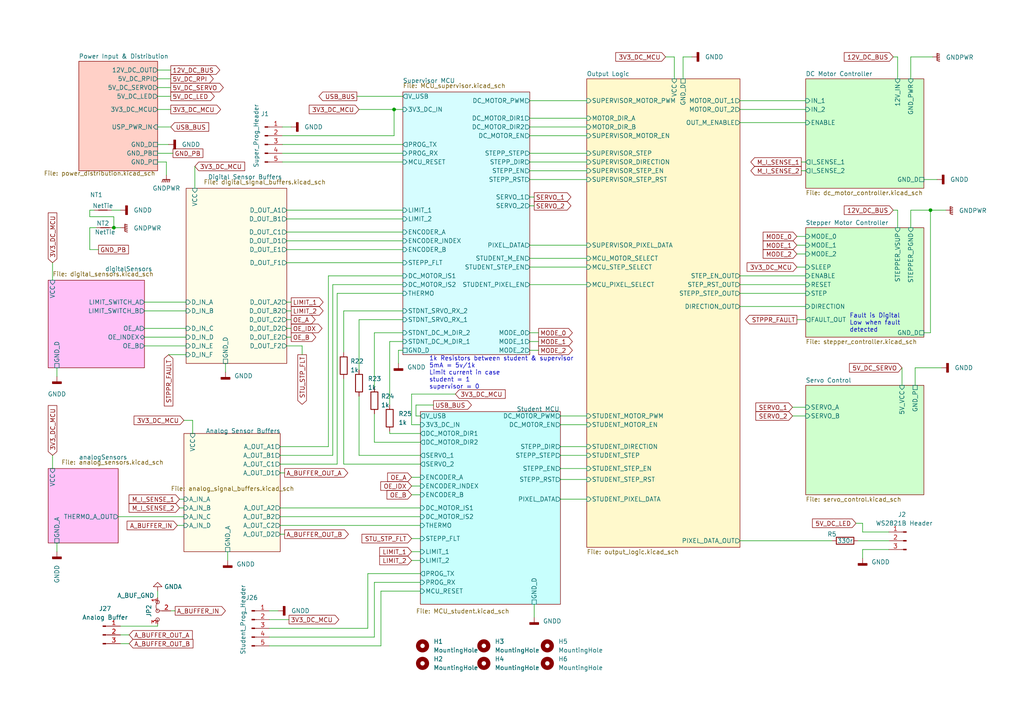
<source format=kicad_sch>
(kicad_sch (version 20211123) (generator eeschema)
  (paper "A4")
  (lib_symbols
    (symbol "000_Connectors_Immo:3pin_molex_2.54mm_male" (pin_names (offset 1.016) hide)
      (property "Reference" "J" (at 0 5.08 0))
      (property "Value" "3pin_molex_2.54mm_male" (at 2.54 -4.191 0))
      (symbol "3pin_molex_2.54mm_male_1_1"
        (polyline (pts (xy 1.27 -2.54) (xy 0.8636 -2.54)) (stroke (width 0.1524)))
        (polyline (pts (xy 1.27 0) (xy 0.8636 0)) (stroke (width 0.1524)))
        (polyline (pts (xy 1.27 2.54) (xy 0.8636 2.54)) (stroke (width 0.1524)))
        (rectangle (start 0.8636 -2.413) (end 0 -2.667) (stroke (width 0.1524)) (fill (type outline)))
        (rectangle (start 0.8636 0.127) (end 0 -0.127) (stroke (width 0.1524)) (fill (type outline)))
        (rectangle (start 0.8636 2.667) (end 0 2.413) (stroke (width 0.1524)) (fill (type outline)))
        (pin passive line (at 5.08 2.54 180) (length 3.81) (name "Pin_1") (number "1"))
        (pin passive line (at 5.08 0 180) (length 3.81) (name "Pin_2") (number "2"))
        (pin passive line (at 5.08 -2.54 180) (length 3.81) (name "Pin_3") (number "3"))
      )
    )
    (symbol "000_Connectors_Immo:Jumper_3_Bridged12" (pin_names (offset 0) hide)
      (property "Reference" "JP" (at -2.54 -2.54 0))
      (property "Value" "Jumper_3_Bridged12" (at 0 2.794 0))
      (symbol "Jumper_3_Bridged12_0_0"
        (circle (center -2.54 0) (radius 0.508))
        (circle (center 0 0) (radius 0.508))
        (circle (center 2.54 0) (radius 0.508))
      )
      (symbol "Jumper_3_Bridged12_0_1"
        (arc (start 0 -0.0807) (mid -1.27 0.4699) (end -2.54 -0.0807))
        (polyline (pts (xy 0 -1.27) (xy 0 -0.508)))
      )
      (symbol "Jumper_3_Bridged12_1_1"
        (pin passive line (at -3.81 0 0) (length 1.27) (name "A") (number "1"))
        (pin input line (at 0 -3.81 90) (length 2.54) (name "C") (number "2"))
        (pin passive line (at 3.81 0 180) (length 1.27) (name "B") (number "3"))
      )
    )
    (symbol "000_Pin_Headers_Immo:Molex_5pin_2.54mm_M" (pin_names (offset 1.016) hide)
      (property "Reference" "J" (at 0 7.62 0))
      (property "Value" "Molex_5pin_2.54mm_M" (at 0 -7.62 0))
      (symbol "Molex_5pin_2.54mm_M_1_1"
        (polyline (pts (xy 1.27 -5.08) (xy 0.8636 -5.08)) (stroke (width 0.1524)))
        (polyline (pts (xy 1.27 -2.54) (xy 0.8636 -2.54)) (stroke (width 0.1524)))
        (polyline (pts (xy 1.27 0) (xy 0.8636 0)) (stroke (width 0.1524)))
        (polyline (pts (xy 1.27 2.54) (xy 0.8636 2.54)) (stroke (width 0.1524)))
        (polyline (pts (xy 1.27 5.08) (xy 0.8636 5.08)) (stroke (width 0.1524)))
        (rectangle (start 0.8636 -4.953) (end 0 -5.207) (stroke (width 0.1524)) (fill (type outline)))
        (rectangle (start 0.8636 -2.413) (end 0 -2.667) (stroke (width 0.1524)) (fill (type outline)))
        (rectangle (start 0.8636 0.127) (end 0 -0.127) (stroke (width 0.1524)) (fill (type outline)))
        (rectangle (start 0.8636 2.667) (end 0 2.413) (stroke (width 0.1524)) (fill (type outline)))
        (rectangle (start 0.8636 5.207) (end 0 4.953) (stroke (width 0.1524)) (fill (type outline)))
        (pin passive line (at 5.08 5.08 180) (length 3.81) (name "Pin_1") (number "1"))
        (pin passive line (at 5.08 2.54 180) (length 3.81) (name "Pin_2") (number "2"))
        (pin passive line (at 5.08 0 180) (length 3.81) (name "Pin_3") (number "3"))
        (pin passive line (at 5.08 -2.54 180) (length 3.81) (name "Pin_4") (number "4"))
        (pin passive line (at 5.08 -5.08 180) (length 3.81) (name "Pin_5") (number "5"))
      )
    )
    (symbol "000_Resistors_Immo:Resistor_0805" (pin_numbers hide) (pin_names (offset 0))
      (property "Reference" "R?" (at -2.54 3.81 0))
      (property "Value" "Resistor_0805" (at -5.08 2.54 0))
      (symbol "Resistor_0805_0_1"
        (rectangle (start 2.54 -1.016) (end -2.54 1.016) (stroke (width 0.254)))
      )
      (symbol "Resistor_0805_1_1"
        (pin passive line (at -3.81 0 0) (length 1.27) (name "~") (number "1"))
        (pin passive line (at 3.81 0 180) (length 1.27) (name "~") (number "2"))
      )
    )
    (symbol "Connector:Conn_01x03_Male" (pin_names (offset 1.016) hide)
      (property "Reference" "J" (at 0 5.08 0))
      (property "Value" "Conn_01x03_Male" (at 2.54 -4.191 0))
      (symbol "Conn_01x03_Male_1_1"
        (polyline (pts (xy 1.27 -2.54) (xy 0.8636 -2.54)) (stroke (width 0.1524)))
        (polyline (pts (xy 1.27 0) (xy 0.8636 0)) (stroke (width 0.1524)))
        (polyline (pts (xy 1.27 2.54) (xy 0.8636 2.54)) (stroke (width 0.1524)))
        (rectangle (start 0.8636 -2.413) (end 0 -2.667) (stroke (width 0.1524)) (fill (type outline)))
        (rectangle (start 0.8636 0.127) (end 0 -0.127) (stroke (width 0.1524)) (fill (type outline)))
        (rectangle (start 0.8636 2.667) (end 0 2.413) (stroke (width 0.1524)) (fill (type outline)))
        (pin passive line (at 5.08 2.54 180) (length 3.81) (name "Pin_1") (number "1"))
        (pin passive line (at 5.08 0 180) (length 3.81) (name "Pin_2") (number "2"))
        (pin passive line (at 5.08 -2.54 180) (length 3.81) (name "Pin_3") (number "3"))
      )
    )
    (symbol "Device:NetTie_2" (pin_numbers hide) (pin_names (offset 0) hide)
      (property "Reference" "NT" (at 0 1.27 0))
      (property "Value" "NetTie_2" (at 0 -1.27 0))
      (symbol "NetTie_2_0_1"
        (polyline (pts (xy -1.27 0) (xy 1.27 0)) (stroke (width 0.254)))
      )
      (symbol "NetTie_2_1_1"
        (pin passive line (at -2.54 0 0) (length 2.54) (name "1") (number "1"))
        (pin passive line (at 2.54 0 180) (length 2.54) (name "2") (number "2"))
      )
    )
    (symbol "Mechanical:MountingHole_M3" (pin_names (offset 1.016))
      (property "Reference" "H" (at 0 5.08 0))
      (property "Value" "MountingHole_M3" (at 0 3.175 0))
      (symbol "MountingHole_M3_0_1"
        (circle (center 0 0) (radius 1.27) (stroke (width 1.27)))
      )
    )
    (symbol "power:GNDA" (power) (pin_names (offset 0))
      (property "Value" "GNDA" (at 0 -3.81 0))
      (symbol "GNDA_0_1"
        (polyline (pts (xy 0 0) (xy 0 -1.27) (xy 1.27 -1.27) (xy 0 -2.54) (xy -1.27 -1.27) (xy 0 -1.27)))
      )
      (symbol "GNDA_1_1"
        (pin power_in line (at 0 0 270) (length 0) hide (name "GNDA") (number "1"))
      )
    )
    (symbol "power:GNDD" (power) (pin_names (offset 0))
      (property "Value" "GNDD" (at 0 -3.175 0))
      (symbol "GNDD_0_1"
        (rectangle (start -1.27 -1.524) (end 1.27 -2.032) (stroke (width 0.254)) (fill (type outline)))
        (polyline (pts (xy 0 0) (xy 0 -1.524)))
      )
      (symbol "GNDD_1_1"
        (pin power_in line (at 0 0 270) (length 0) hide (name "GNDD") (number "1"))
      )
    )
    (symbol "power:GNDPWR" (power) (pin_names (offset 0))
      (property "Value" "GNDPWR" (at 0 -3.302 0))
      (symbol "GNDPWR_0_1"
        (polyline (pts (xy 0 -1.27) (xy 0 0)))
        (polyline (pts (xy -1.016 -1.27) (xy -1.27 -2.032) (xy -1.27 -2.032)) (stroke (width 0.2032)))
        (polyline (pts (xy -0.508 -1.27) (xy -0.762 -2.032) (xy -0.762 -2.032)) (stroke (width 0.2032)))
        (polyline (pts (xy 0 -1.27) (xy -0.254 -2.032) (xy -0.254 -2.032)) (stroke (width 0.2032)))
        (polyline (pts (xy 0.508 -1.27) (xy 0.254 -2.032) (xy 0.254 -2.032)) (stroke (width 0.2032)))
        (polyline (pts (xy 1.016 -1.27) (xy -1.016 -1.27) (xy -1.016 -1.27)) (stroke (width 0.2032)))
        (polyline (pts (xy 1.016 -1.27) (xy 0.762 -2.032) (xy 0.762 -2.032) (xy 0.762 -2.032)) (stroke (width 0.2032)))
      )
      (symbol "GNDPWR_1_1"
        (pin power_in line (at 0 0 270) (length 0) hide (name "GNDPWR") (number "1"))
      )
    )
  )
  (junction (at 269.875 60.96))
  (junction (at 114.3 31.75))
  (junction (at 33.02 66.04))
  (wire (pts (xy 78.105 182.245) (xy 106.68 182.245)))
  (wire (pts (xy 231.14 71.12) (xy 233.68 71.12)))
  (wire (pts (xy 153.67 57.15) (xy 154.94 57.15)))
  (wire (pts (xy 45.72 22.86) (xy 49.53 22.86)))
  (wire (pts (xy 108.585 184.785) (xy 108.585 168.91)))
  (wire (pts (xy 269.875 60.96) (xy 274.32 60.96)))
  (wire (pts (xy 115.57 105.41) (xy 115.57 101.6)))
  (wire (pts (xy 81.28 129.54) (xy 95.25 129.54)))
  (wire (pts (xy 45.72 27.94) (xy 49.53 27.94)))
  (wire (pts (xy 260.35 16.51) (xy 260.35 22.86)))
  (wire (pts (xy 81.915 41.91) (xy 116.84 41.91)))
  (wire (pts (xy 231.14 73.66) (xy 233.68 73.66)))
  (wire (pts (xy 66.04 160.02) (xy 66.04 162.56)))
  (wire (pts (xy 153.67 82.55) (xy 170.18 82.55)))
  (wire (pts (xy 56.515 54.61) (xy 56.515 48.26)))
  (wire (pts (xy 231.14 68.58) (xy 233.68 68.58)))
  (wire (pts (xy 193.04 16.51) (xy 195.58 16.51)))
  (wire (pts (xy 83.185 95.25) (xy 84.455 95.25)))
  (wire (pts (xy 153.67 77.47) (xy 170.18 77.47)))
  (wire (pts (xy 259.08 16.51) (xy 260.35 16.51)))
  (wire (pts (xy 45.72 41.91) (xy 48.895 41.91)))
  (wire (pts (xy 231.14 92.71) (xy 233.68 92.71)))
  (wire (pts (xy 162.56 132.08) (xy 170.18 132.08)))
  (wire (pts (xy 41.91 97.79) (xy 53.975 97.79)))
  (wire (pts (xy 114.3 39.37) (xy 114.3 31.75)))
  (wire (pts (xy 83.185 69.85) (xy 116.84 69.85)))
  (wire (pts (xy 153.67 36.83) (xy 170.18 36.83)))
  (wire (pts (xy 104.14 132.08) (xy 104.14 114.935)))
  (wire (pts (xy 104.14 31.75) (xy 114.3 31.75)))
  (wire (pts (xy 34.29 149.86) (xy 53.34 149.86)))
  (wire (pts (xy 65.405 105.41) (xy 65.405 107.95)))
  (wire (pts (xy 153.67 99.06) (xy 156.21 99.06)))
  (wire (pts (xy 250.19 161.925) (xy 250.19 159.385)))
  (wire (pts (xy 33.02 66.04) (xy 34.925 66.04)))
  (wire (pts (xy 99.695 134.62) (xy 121.92 134.62)))
  (wire (pts (xy 95.25 129.54) (xy 95.25 80.01)))
  (wire (pts (xy 269.875 96.52) (xy 269.875 60.96)))
  (wire (pts (xy 119.38 162.56) (xy 121.92 162.56)))
  (wire (pts (xy 83.185 76.2) (xy 116.84 76.2)))
  (wire (pts (xy 229.87 118.11) (xy 233.68 118.11)))
  (wire (pts (xy 119.38 114.3) (xy 119.38 123.19)))
  (wire (pts (xy 231.14 77.47) (xy 233.68 77.47)))
  (wire (pts (xy 121.92 125.73) (xy 113.03 125.73)))
  (wire (pts (xy 153.67 46.99) (xy 170.18 46.99)))
  (wire (pts (xy 214.63 88.9) (xy 233.68 88.9)))
  (wire (pts (xy 28.575 72.39) (xy 26.035 72.39)))
  (wire (pts (xy 250.19 151.765) (xy 250.19 154.305)))
  (wire (pts (xy 48.26 46.99) (xy 45.72 46.99)))
  (wire (pts (xy 97.79 134.62) (xy 97.79 85.09)))
  (wire (pts (xy 41.91 90.17) (xy 53.975 90.17)))
  (wire (pts (xy 16.51 106.68) (xy 16.51 109.22)))
  (wire (pts (xy 49.53 177.165) (xy 50.8 177.165)))
  (wire (pts (xy 83.185 90.17) (xy 84.455 90.17)))
  (wire (pts (xy 119.38 140.97) (xy 121.92 140.97)))
  (wire (pts (xy 153.67 96.52) (xy 156.21 96.52)))
  (wire (pts (xy 87.63 100.33) (xy 87.63 102.87)))
  (wire (pts (xy 108.585 128.27) (xy 108.585 120.015)))
  (wire (pts (xy 108.585 168.91) (xy 121.92 168.91)))
  (wire (pts (xy 153.67 39.37) (xy 170.18 39.37)))
  (wire (pts (xy 83.185 97.79) (xy 84.455 97.79)))
  (wire (pts (xy 48.895 102.87) (xy 53.975 102.87)))
  (wire (pts (xy 81.28 149.86) (xy 121.92 149.86)))
  (wire (pts (xy 26.035 62.865) (xy 33.02 62.865)))
  (wire (pts (xy 81.915 39.37) (xy 114.3 39.37)))
  (wire (pts (xy 52.07 144.78) (xy 53.34 144.78)))
  (wire (pts (xy 250.19 154.305) (xy 257.81 154.305)))
  (wire (pts (xy 153.67 44.45) (xy 170.18 44.45)))
  (wire (pts (xy 110.49 171.45) (xy 121.92 171.45)))
  (wire (pts (xy 78.105 184.785) (xy 108.585 184.785)))
  (wire (pts (xy 113.03 99.06) (xy 116.84 99.06)))
  (wire (pts (xy 80.645 177.165) (xy 78.105 177.165)))
  (wire (pts (xy 125.73 117.475) (xy 120.65 117.475)))
  (wire (pts (xy 153.67 74.93) (xy 170.18 74.93)))
  (wire (pts (xy 214.63 85.09) (xy 233.68 85.09)))
  (wire (pts (xy 37.465 184.15) (xy 34.925 184.15)))
  (wire (pts (xy 33.02 62.865) (xy 33.02 66.04)))
  (wire (pts (xy 83.185 67.31) (xy 116.84 67.31)))
  (wire (pts (xy 267.97 52.07) (xy 271.78 52.07)))
  (wire (pts (xy 115.57 101.6) (xy 116.84 101.6)))
  (wire (pts (xy 214.63 31.75) (xy 233.68 31.75)))
  (wire (pts (xy 99.695 109.855) (xy 99.695 134.62)))
  (wire (pts (xy 265.43 106.68) (xy 265.43 111.76)))
  (wire (pts (xy 119.38 123.19) (xy 121.92 123.19)))
  (wire (pts (xy 108.585 96.52) (xy 116.84 96.52)))
  (wire (pts (xy 55.88 121.92) (xy 55.88 125.73)))
  (wire (pts (xy 32.385 60.96) (xy 34.925 60.96)))
  (wire (pts (xy 41.91 100.33) (xy 53.975 100.33)))
  (wire (pts (xy 83.185 100.33) (xy 87.63 100.33)))
  (wire (pts (xy 96.52 82.55) (xy 116.84 82.55)))
  (wire (pts (xy 162.56 120.65) (xy 170.18 120.65)))
  (wire (pts (xy 214.63 82.55) (xy 233.68 82.55)))
  (wire (pts (xy 104.14 107.315) (xy 104.14 92.71)))
  (wire (pts (xy 41.91 87.63) (xy 53.975 87.63)))
  (wire (pts (xy 15.24 132.08) (xy 15.24 135.89)))
  (wire (pts (xy 162.56 135.89) (xy 170.18 135.89)))
  (wire (pts (xy 104.14 92.71) (xy 116.84 92.71)))
  (wire (pts (xy 78.105 179.705) (xy 83.82 179.705)))
  (wire (pts (xy 83.185 63.5) (xy 116.84 63.5)))
  (wire (pts (xy 113.03 125.095) (xy 113.03 125.73)))
  (wire (pts (xy 81.28 134.62) (xy 97.79 134.62)))
  (wire (pts (xy 48.26 50.8) (xy 48.26 46.99)))
  (wire (pts (xy 153.67 71.12) (xy 170.18 71.12)))
  (wire (pts (xy 37.465 186.69) (xy 34.925 186.69)))
  (wire (pts (xy 153.67 49.53) (xy 170.18 49.53)))
  (wire (pts (xy 108.585 128.27) (xy 121.92 128.27)))
  (wire (pts (xy 113.03 99.06) (xy 113.03 117.475)))
  (wire (pts (xy 270.51 16.51) (xy 264.16 16.51)))
  (wire (pts (xy 78.105 187.325) (xy 110.49 187.325)))
  (wire (pts (xy 267.97 96.52) (xy 269.875 96.52)))
  (wire (pts (xy 51.435 152.4) (xy 53.34 152.4)))
  (wire (pts (xy 248.92 156.845) (xy 257.81 156.845)))
  (wire (pts (xy 162.56 123.19) (xy 170.18 123.19)))
  (wire (pts (xy 114.3 31.75) (xy 116.84 31.75)))
  (wire (pts (xy 119.38 138.43) (xy 121.92 138.43)))
  (wire (pts (xy 198.12 16.51) (xy 200.66 16.51)))
  (wire (pts (xy 95.25 80.01) (xy 116.84 80.01)))
  (wire (pts (xy 119.38 160.02) (xy 121.92 160.02)))
  (wire (pts (xy 45.72 44.45) (xy 50.165 44.45)))
  (wire (pts (xy 232.41 49.53) (xy 233.68 49.53)))
  (wire (pts (xy 214.63 156.845) (xy 241.3 156.845)))
  (wire (pts (xy 120.65 120.65) (xy 121.92 120.65)))
  (wire (pts (xy 248.285 151.765) (xy 250.19 151.765)))
  (wire (pts (xy 119.38 114.3) (xy 132.08 114.3)))
  (wire (pts (xy 41.91 95.25) (xy 53.975 95.25)))
  (wire (pts (xy 198.12 16.51) (xy 198.12 22.86)))
  (wire (pts (xy 45.72 31.75) (xy 49.53 31.75)))
  (wire (pts (xy 229.87 120.65) (xy 233.68 120.65)))
  (wire (pts (xy 108.585 112.395) (xy 108.585 96.52)))
  (wire (pts (xy 232.41 46.99) (xy 233.68 46.99)))
  (wire (pts (xy 83.185 72.39) (xy 116.84 72.39)))
  (wire (pts (xy 99.695 90.17) (xy 116.84 90.17)))
  (wire (pts (xy 99.695 102.235) (xy 99.695 90.17)))
  (wire (pts (xy 260.35 66.04) (xy 260.35 60.96)))
  (wire (pts (xy 153.67 59.69) (xy 154.94 59.69)))
  (wire (pts (xy 265.43 106.68) (xy 273.05 106.68)))
  (wire (pts (xy 81.915 44.45) (xy 116.84 44.45)))
  (wire (pts (xy 26.035 66.04) (xy 27.94 66.04)))
  (wire (pts (xy 120.65 117.475) (xy 120.65 120.65)))
  (wire (pts (xy 84.455 36.83) (xy 81.915 36.83)))
  (wire (pts (xy 53.34 121.92) (xy 55.88 121.92)))
  (wire (pts (xy 83.185 87.63) (xy 84.455 87.63)))
  (wire (pts (xy 103.505 27.94) (xy 116.84 27.94)))
  (wire (pts (xy 106.68 182.245) (xy 106.68 166.37)))
  (wire (pts (xy 16.51 157.48) (xy 16.51 160.02)))
  (wire (pts (xy 153.67 34.29) (xy 170.18 34.29)))
  (wire (pts (xy 162.56 144.78) (xy 170.18 144.78)))
  (wire (pts (xy 214.63 29.21) (xy 233.68 29.21)))
  (wire (pts (xy 81.28 147.32) (xy 121.92 147.32)))
  (wire (pts (xy 110.49 187.325) (xy 110.49 171.45)))
  (wire (pts (xy 45.72 20.32) (xy 49.53 20.32)))
  (wire (pts (xy 162.56 129.54) (xy 170.18 129.54)))
  (wire (pts (xy 81.28 132.08) (xy 96.52 132.08)))
  (wire (pts (xy 162.56 139.065) (xy 170.18 139.065)))
  (wire (pts (xy 119.38 143.51) (xy 121.92 143.51)))
  (wire (pts (xy 153.67 29.21) (xy 170.18 29.21)))
  (wire (pts (xy 214.63 35.56) (xy 233.68 35.56)))
  (wire (pts (xy 260.35 60.96) (xy 259.08 60.96)))
  (wire (pts (xy 153.67 52.07) (xy 170.18 52.07)))
  (wire (pts (xy 104.14 132.08) (xy 121.92 132.08)))
  (wire (pts (xy 26.035 72.39) (xy 26.035 66.04)))
  (wire (pts (xy 34.925 181.61) (xy 45.72 181.61)))
  (wire (pts (xy 154.94 179.07) (xy 154.94 175.26)))
  (wire (pts (xy 214.63 80.01) (xy 233.68 80.01)))
  (wire (pts (xy 45.72 171.45) (xy 45.72 173.355)))
  (wire (pts (xy 81.915 46.99) (xy 116.84 46.99)))
  (wire (pts (xy 195.58 16.51) (xy 195.58 22.86)))
  (wire (pts (xy 96.52 132.08) (xy 96.52 82.55)))
  (wire (pts (xy 26.035 60.96) (xy 27.305 60.96)))
  (wire (pts (xy 81.28 152.4) (xy 121.92 152.4)))
  (wire (pts (xy 153.67 101.6) (xy 156.21 101.6)))
  (wire (pts (xy 250.19 159.385) (xy 257.81 159.385)))
  (wire (pts (xy 264.16 60.96) (xy 269.875 60.96)))
  (wire (pts (xy 45.72 36.83) (xy 49.53 36.83)))
  (wire (pts (xy 97.79 85.09) (xy 116.84 85.09)))
  (wire (pts (xy 83.185 92.71) (xy 84.455 92.71)))
  (wire (pts (xy 264.16 60.96) (xy 264.16 66.04)))
  (wire (pts (xy 26.035 60.96) (xy 26.035 62.865)))
  (wire (pts (xy 52.07 147.32) (xy 53.34 147.32)))
  (wire (pts (xy 261.62 106.68) (xy 261.62 111.76)))
  (wire (pts (xy 83.185 60.96) (xy 116.84 60.96)))
  (wire (pts (xy 45.72 25.4) (xy 49.53 25.4)))
  (wire (pts (xy 45.72 180.975) (xy 45.72 181.61)))
  (wire (pts (xy 81.28 137.16) (xy 82.55 137.16)))
  (wire (pts (xy 15.24 76.2) (xy 15.24 81.28)))
  (wire (pts (xy 264.16 16.51) (xy 264.16 22.86)))
  (wire (pts (xy 106.68 166.37) (xy 121.92 166.37)))
  (wire (pts (xy 119.38 156.21) (xy 121.92 156.21)))
  (wire (pts (xy 82.55 154.94) (xy 81.28 154.94)))
  (text "1k Resistors between student & supervisor\n5mA = 5v/1k \nLimit current in case\nstudent = 1\nsupervisor = 0" (at 124.46 113.03 0) (effects (font (size 1.27 1.27)) (justify left bottom)))
  (text "Fault is Digital\nLow when fault \ndetected" (at 246.38 96.52 0) (effects (font (size 1.27 1.27)) (justify left bottom)))
  (global_label "MODE_1" (shape output) (at 156.21 99.06 0) (property "Intersheet References" "${INTERSHEET_REFS}" (effects hide)))
  (global_label "5V_DC_LED" (shape output) (at 49.53 27.94 0) (property "Intersheet References" "${INTERSHEET_REFS}" (effects hide)))
  (global_label "M_I_SENSE_1" (shape input) (at 52.07 144.78 180) (property "Intersheet References" "${INTERSHEET_REFS}" (effects hide)))
  (global_label "MODE_0" (shape output) (at 156.21 96.52 0) (property "Intersheet References" "${INTERSHEET_REFS}" (effects hide)))
  (global_label "LIMIT_1" (shape output) (at 84.455 87.63 0) (property "Intersheet References" "${INTERSHEET_REFS}" (effects hide)))
  (global_label "USB_BUS" (shape input) (at 49.53 36.83 0) (property "Intersheet References" "${INTERSHEET_REFS}" (effects hide)))
  (global_label "LIMIT_2" (shape output) (at 84.455 90.17 0) (property "Intersheet References" "${INTERSHEET_REFS}" (effects hide)))
  (global_label "STU_STP_FLT" (shape input) (at 119.38 156.21 180) (property "Intersheet References" "${INTERSHEET_REFS}" (effects hide)))
  (global_label "3V3_DC_MCU" (shape output) (at 49.53 31.75 0) (property "Intersheet References" "${INTERSHEET_REFS}" (effects hide)))
  (global_label "M_I_SENSE_2" (shape output) (at 232.41 49.53 180) (property "Intersheet References" "${INTERSHEET_REFS}" (effects hide)))
  (global_label "3V3_DC_MCU" (shape output) (at 83.82 179.705 0) (property "Intersheet References" "${INTERSHEET_REFS}" (effects hide)))
  (global_label "SERVO_2" (shape input) (at 229.87 120.65 180) (property "Intersheet References" "${INTERSHEET_REFS}" (effects hide)))
  (global_label "MODE_2" (shape input) (at 231.14 73.66 180) (property "Intersheet References" "${INTERSHEET_REFS}" (effects hide)))
  (global_label "3V3_DC_MCU" (shape input) (at 104.14 31.75 180) (property "Intersheet References" "${INTERSHEET_REFS}" (effects hide)))
  (global_label "MODE_0" (shape input) (at 231.14 68.58 180) (property "Intersheet References" "${INTERSHEET_REFS}" (effects hide)))
  (global_label "5V_DC_RPI" (shape output) (at 49.53 22.86 0) (property "Intersheet References" "${INTERSHEET_REFS}" (effects hide)))
  (global_label "STU_STP_FLT" (shape output) (at 87.63 102.87 270) (property "Intersheet References" "${INTERSHEET_REFS}" (effects hide)))
  (global_label "5V_DC_SERVO" (shape input) (at 261.62 106.68 180) (property "Intersheet References" "${INTERSHEET_REFS}" (effects hide)))
  (global_label "3V3_DC_MCU" (shape input) (at 15.24 132.08 90) (property "Intersheet References" "${INTERSHEET_REFS}" (effects hide)))
  (global_label "OE_A" (shape input) (at 119.38 138.43 180) (property "Intersheet References" "${INTERSHEET_REFS}" (effects hide)))
  (global_label "A_BUFFER_IN" (shape input) (at 51.435 152.4 180) (property "Intersheet References" "${INTERSHEET_REFS}" (effects hide)))
  (global_label "3V3_DC_MCU" (shape input) (at 193.04 16.51 180) (property "Intersheet References" "${INTERSHEET_REFS}" (effects hide)))
  (global_label "USB_BUS" (shape output) (at 103.505 27.94 180) (property "Intersheet References" "${INTERSHEET_REFS}" (effects hide)))
  (global_label "OE_A" (shape output) (at 84.455 92.71 0) (property "Intersheet References" "${INTERSHEET_REFS}" (effects hide)))
  (global_label "GND_PB" (shape passive) (at 50.165 44.45 0) (property "Intersheet References" "${INTERSHEET_REFS}" (effects hide)))
  (global_label "5V_DC_SERVO" (shape output) (at 49.53 25.4 0) (property "Intersheet References" "${INTERSHEET_REFS}" (effects hide)))
  (global_label "3V3_DC_MCU" (shape input) (at 231.14 77.47 180) (property "Intersheet References" "${INTERSHEET_REFS}" (effects hide)))
  (global_label "A_BUFFER_OUT_A" (shape input) (at 37.465 184.15 0) (property "Intersheet References" "${INTERSHEET_REFS}" (effects hide)))
  (global_label "3V3_DC_MCU" (shape input) (at 56.515 48.26 0) (property "Intersheet References" "${INTERSHEET_REFS}" (effects hide)))
  (global_label "LIMIT_2" (shape input) (at 119.38 162.56 180) (property "Intersheet References" "${INTERSHEET_REFS}" (effects hide)))
  (global_label "MODE_1" (shape input) (at 231.14 71.12 180) (property "Intersheet References" "${INTERSHEET_REFS}" (effects hide)))
  (global_label "12V_DC_BUS" (shape input) (at 259.08 60.96 180) (property "Intersheet References" "${INTERSHEET_REFS}" (effects hide)))
  (global_label "OE_IDX" (shape output) (at 84.455 95.25 0) (property "Intersheet References" "${INTERSHEET_REFS}" (effects hide)))
  (global_label "OE_B" (shape output) (at 84.455 97.79 0) (property "Intersheet References" "${INTERSHEET_REFS}" (effects hide)))
  (global_label "STPPR_FAULT" (shape input) (at 48.895 102.87 270) (property "Intersheet References" "${INTERSHEET_REFS}" (effects hide)))
  (global_label "12V_DC_BUS" (shape output) (at 49.53 20.32 0) (property "Intersheet References" "${INTERSHEET_REFS}" (effects hide)))
  (global_label "MODE_2" (shape output) (at 156.21 101.6 0) (property "Intersheet References" "${INTERSHEET_REFS}" (effects hide)))
  (global_label "3V3_DC_MCU" (shape input) (at 132.08 114.3 0) (property "Intersheet References" "${INTERSHEET_REFS}" (effects hide)))
  (global_label "M_I_SENSE_2" (shape input) (at 52.07 147.32 180) (property "Intersheet References" "${INTERSHEET_REFS}" (effects hide)))
  (global_label "A_BUFFER_OUT_A" (shape output) (at 82.55 137.16 0) (property "Intersheet References" "${INTERSHEET_REFS}" (effects hide)))
  (global_label "SERVO_2" (shape output) (at 154.94 59.69 0) (property "Intersheet References" "${INTERSHEET_REFS}" (effects hide)))
  (global_label "USB_BUS" (shape output) (at 125.73 117.475 0) (property "Intersheet References" "${INTERSHEET_REFS}" (effects hide)))
  (global_label "M_I_SENSE_1" (shape output) (at 232.41 46.99 180) (property "Intersheet References" "${INTERSHEET_REFS}" (effects hide)))
  (global_label "3V3_DC_MCU" (shape input) (at 15.24 76.2 90) (property "Intersheet References" "${INTERSHEET_REFS}" (effects hide)))
  (global_label "GND_PB" (shape passive) (at 28.575 72.39 0) (property "Intersheet References" "${INTERSHEET_REFS}" (effects hide)))
  (global_label "OE_B" (shape input) (at 119.38 143.51 180) (property "Intersheet References" "${INTERSHEET_REFS}" (effects hide)))
  (global_label "STPPR_FAULT" (shape output) (at 231.14 92.71 180) (property "Intersheet References" "${INTERSHEET_REFS}" (effects hide)))
  (global_label "LIMIT_1" (shape input) (at 119.38 160.02 180) (property "Intersheet References" "${INTERSHEET_REFS}" (effects hide)))
  (global_label "OE_IDX" (shape input) (at 119.38 140.97 180) (property "Intersheet References" "${INTERSHEET_REFS}" (effects hide)))
  (global_label "5V_DC_LED" (shape input) (at 248.285 151.765 180) (property "Intersheet References" "${INTERSHEET_REFS}" (effects hide)))
  (global_label "A_BUFFER_IN" (shape output) (at 50.8 177.165 0) (property "Intersheet References" "${INTERSHEET_REFS}" (effects hide)))
  (global_label "SERVO_1" (shape input) (at 229.87 118.11 180) (property "Intersheet References" "${INTERSHEET_REFS}" (effects hide)))
  (global_label "3V3_DC_MCU" (shape input) (at 53.34 121.92 180) (property "Intersheet References" "${INTERSHEET_REFS}" (effects hide)))
  (global_label "A_BUFFER_OUT_B" (shape output) (at 82.55 154.94 0) (property "Intersheet References" "${INTERSHEET_REFS}" (effects hide)))
  (global_label "A_BUFFER_OUT_B" (shape input) (at 37.465 186.69 0) (property "Intersheet References" "${INTERSHEET_REFS}" (effects hide)))
  (global_label "12V_DC_BUS" (shape input) (at 259.08 16.51 180) (property "Intersheet References" "${INTERSHEET_REFS}" (effects hide)))
  (global_label "SERVO_1" (shape output) (at 154.94 57.15 0) (property "Intersheet References" "${INTERSHEET_REFS}" (effects hide)))
  (symbol (lib_id "Connector:Conn_01x03_Male") (at 29.845 184.15 0) (unit 1)
    (property "Reference" "J27" (at 30.48 176.53 0))
    (property "Value" "Analog Buffer" (at 30.48 179.07 0))
    (property "Footprint" "Connector_PinHeader_2.54mm:PinHeader_1x03_P2.54mm_Vertical" (effects hide))
  )
  (symbol (lib_id "power:GNDD") (at 16.51 109.22 0) (unit 1)
    (property "Reference" "#PWR01" (effects hide))
    (property "Value" "GNDD" (at 16.51 114.3 0))
  )
  (symbol (lib_id "Mechanical:MountingHole_M3") (at 122.555 192.405 0) (unit 1)
    (property "Reference" "H2" (at 125.73 191.1349 0) (effects (justify left)))
    (property "Value" "MountingHole" (at 125.73 193.6749 0) (effects (justify left)))
    (property "Footprint" "MountingHole:MountingHole_3.2mm_M3_Pad_Via" (effects hide))
  )
  (symbol (lib_id "Device:NetTie_2") (at 30.48 66.04 0) (unit 1)
    (property "Reference" "NT2" (at 29.845 64.77 0))
    (property "Value" "NetTie" (at 30.48 67.31 0))
    (property "Footprint" "NetTie:NetTie-2_SMD_Pad0.5mm" (effects hide))
  )
  (symbol (lib_id "000_Pin_Headers_Immo:Molex_5pin_2.54mm_M") (at 76.835 41.91 0) (unit 1)
    (property "Reference" "J1" (at 76.835 33.02 0))
    (property "Value" "Super_Prog_Header" (at 74.295 39.37 90))
    (property "Footprint" "Connector_Molex:Molex_KK-254_AE-6410-05A_1x05_P2.54mm_Vertical" (effects hide))
  )
  (symbol (lib_id "power:GNDD") (at 271.78 52.07 90) (unit 1)
    (property "Reference" "#PWR017" (effects hide))
    (property "Value" "GNDD" (at 275.59 52.0699 90) (effects (justify right)))
  )
  (symbol (lib_id "Mechanical:MountingHole_M3") (at 122.555 187.325 0) (unit 1)
    (property "Reference" "H1" (at 125.73 186.0549 0) (effects (justify left)))
    (property "Value" "MountingHole" (at 125.73 188.5949 0) (effects (justify left)))
    (property "Footprint" "MountingHole:MountingHole_3.2mm_M3_Pad_Via" (effects hide))
  )
  (symbol (lib_id "000_Resistors_Immo:Resistor_0805") (at 108.585 116.205 90) (unit 1)
    (property "Reference" "R24" (at 110.49 114.9349 90) (effects (justify right)))
    (property "Value" "1k" (at 110.49 117.4749 90) (effects (justify right)))
    (property "Footprint" "Resistor_SMD:R_0805_2012Metric_Pad1.20x1.40mm_HandSolder" (effects hide))
  )
  (symbol (lib_id "power:GNDD") (at 273.05 106.68 90) (unit 1)
    (property "Reference" "#PWR0103" (effects hide))
    (property "Value" "GNDD" (at 276.86 106.6799 90) (effects (justify right)))
  )
  (symbol (lib_id "power:GNDD") (at 84.455 36.83 90) (unit 1)
    (property "Reference" "#PWR010" (effects hide))
    (property "Value" "GNDD" (at 88.265 36.8299 90) (effects (justify right)))
  )
  (symbol (lib_id "power:GNDD") (at 34.925 60.96 90) (unit 1)
    (property "Reference" "#PWR02" (effects hide))
    (property "Value" "GNDD" (at 38.735 60.9599 90) (effects (justify right)))
  )
  (symbol (lib_id "power:GNDPWR") (at 34.925 66.04 90) (unit 1)
    (property "Reference" "#PWR04" (effects hide))
    (property "Value" "GNDPWR" (at 38.735 66.1669 90) (effects (justify right)))
  )
  (symbol (lib_id "power:GNDPWR") (at 48.26 50.8 0) (unit 1)
    (property "Reference" "#PWR07" (effects hide))
    (property "Value" "GNDPWR" (at 48.26 54.61 0))
  )
  (symbol (lib_id "power:GNDD") (at 66.04 162.56 0) (unit 1)
    (property "Reference" "#PWR0104" (effects hide))
    (property "Value" "GNDD" (at 68.58 163.6394 0) (effects (justify left)))
  )
  (symbol (lib_id "Mechanical:MountingHole_M3") (at 140.335 192.405 0) (unit 1)
    (property "Reference" "H4" (at 143.51 191.1349 0) (effects (justify left)))
    (property "Value" "MountingHole" (at 143.51 193.6749 0) (effects (justify left)))
    (property "Footprint" "MountingHole:MountingHole_3.2mm_M3_Pad_Via" (effects hide))
  )
  (symbol (lib_id "Mechanical:MountingHole_M3") (at 158.75 192.405 0) (unit 1)
    (property "Reference" "H6" (at 161.925 191.1349 0) (effects (justify left)))
    (property "Value" "MountingHole" (at 161.925 193.6749 0) (effects (justify left)))
    (property "Footprint" "MountingHole:MountingHole_3.2mm_M3_Pad_Via" (effects hide))
  )
  (symbol (lib_id "power:GNDD") (at 80.645 177.165 90) (unit 1)
    (property "Reference" "#PWR019" (effects hide))
    (property "Value" "GNDD" (at 84.455 177.1649 90) (effects (justify right)))
  )
  (symbol (lib_id "Mechanical:MountingHole_M3") (at 140.335 187.325 0) (unit 1)
    (property "Reference" "H3" (at 143.51 186.0549 0) (effects (justify left)))
    (property "Value" "MountingHole" (at 143.51 188.5949 0) (effects (justify left)))
    (property "Footprint" "MountingHole:MountingHole_3.2mm_M3_Pad_Via" (effects hide))
  )
  (symbol (lib_id "power:GNDD") (at 65.405 107.95 0) (unit 1)
    (property "Reference" "#PWR08" (effects hide))
    (property "Value" "GNDD" (at 67.945 109.0294 0) (effects (justify left)))
  )
  (symbol (lib_id "power:GNDD") (at 250.19 161.925 0) (unit 1)
    (property "Reference" "#PWR020" (effects hide))
    (property "Value" "GNDD" (at 252.73 163.0044 0) (effects (justify left)))
  )
  (symbol (lib_id "000_Connectors_Immo:Jumper_3_Bridged12") (at 45.72 177.165 90) (mirror x) (unit 1)
    (property "Reference" "JP2" (at 43.18 177.165 0))
    (property "Value" "A_BUF_GND" (at 39.37 172.72 90))
    (property "Footprint" "Jumper:SolderJumper-3_P1.3mm_Bridged12_RoundedPad1.0x1.5mm" (effects hide))
  )
  (symbol (lib_id "power:GNDPWR") (at 270.51 16.51 90) (unit 1)
    (property "Reference" "#PWR015" (effects hide))
    (property "Value" "GNDPWR" (at 274.32 16.6369 90) (effects (justify right)))
  )
  (symbol (lib_id "power:GNDD") (at 115.57 105.41 0) (unit 1)
    (property "Reference" "#PWR011" (effects hide))
    (property "Value" "GNDD" (at 118.11 106.4894 0) (effects (justify left)))
  )
  (symbol (lib_id "000_Connectors_Immo:3pin_molex_2.54mm_male") (at 262.89 156.845 0) (mirror y) (unit 1)
    (property "Reference" "J2" (at 261.62 149.225 0))
    (property "Value" "WS2821B Header" (at 262.255 151.765 0))
    (property "Footprint" "Connector_Molex:Molex_KK-254_AE-6410-03A_1x03_P2.54mm_Vertical" (effects hide))
  )
  (symbol (lib_id "power:GNDA") (at 45.72 171.45 180) (unit 1)
    (property "Reference" "#PWR0101" (effects hide))
    (property "Value" "GNDA" (at 47.625 170.1799 0) (effects (justify right)))
  )
  (symbol (lib_id "power:GNDD") (at 154.94 179.07 0) (unit 1)
    (property "Reference" "#PWR012" (effects hide))
    (property "Value" "GNDD" (at 157.48 180.1494 0) (effects (justify left)))
  )
  (symbol (lib_id "Mechanical:MountingHole_M3") (at 158.75 187.325 0) (unit 1)
    (property "Reference" "H5" (at 161.925 186.0549 0) (effects (justify left)))
    (property "Value" "MountingHole" (at 161.925 188.5949 0) (effects (justify left)))
    (property "Footprint" "MountingHole:MountingHole_3.2mm_M3_Pad_Via" (effects hide))
  )
  (symbol (lib_id "000_Resistors_Immo:Resistor_0805") (at 104.14 111.125 90) (unit 1)
    (property "Reference" "R23" (at 106.68 109.8549 90) (effects (justify right)))
    (property "Value" "1k" (at 106.68 112.3949 90) (effects (justify right)))
    (property "Footprint" "Resistor_SMD:R_0805_2012Metric_Pad1.20x1.40mm_HandSolder" (effects hide))
  )
  (symbol (lib_id "power:GNDD") (at 48.895 41.91 90) (unit 1)
    (property "Reference" "#PWR0102" (effects hide))
    (property "Value" "GNDD" (at 52.705 41.9099 90) (effects (justify right)))
  )
  (symbol (lib_id "000_Resistors_Immo:Resistor_0805") (at 245.11 156.845 0) (mirror x) (unit 1)
    (property "Reference" "R5" (at 241.3 154.94 0))
    (property "Value" "330r" (at 245.11 156.845 0))
    (property "Footprint" "Resistor_SMD:R_0805_2012Metric_Pad1.20x1.40mm_HandSolder" (effects hide))
  )
  (symbol (lib_id "Device:NetTie_2") (at 29.845 60.96 180) (unit 1)
    (property "Reference" "NT1" (at 27.94 56.515 0))
    (property "Value" "NetTie" (at 29.845 59.69 0))
    (property "Footprint" "NetTie:NetTie-2_SMD_Pad2.0mm" (effects hide))
  )
  (symbol (lib_id "000_Pin_Headers_Immo:Molex_5pin_2.54mm_M") (at 73.025 182.245 0) (unit 1)
    (property "Reference" "J26" (at 73.025 173.355 0))
    (property "Value" "Student_Prog_Header" (at 70.485 179.705 90))
    (property "Footprint" "Connector_Molex:Molex_KK-254_AE-6410-05A_1x05_P2.54mm_Vertical" (effects hide))
  )
  (symbol (lib_id "power:GNDD") (at 200.66 16.51 90) (unit 1)
    (property "Reference" "#PWR013" (effects hide))
    (property "Value" "GNDD" (at 204.47 16.5099 90) (effects (justify right)))
  )
  (symbol (lib_id "000_Resistors_Immo:Resistor_0805") (at 99.695 106.045 90) (unit 1)
    (property "Reference" "R22" (at 101.6 104.7749 90) (effects (justify right)))
    (property "Value" "1k" (at 101.6 107.3149 90) (effects (justify right)))
    (property "Footprint" "Resistor_SMD:R_0805_2012Metric_Pad1.20x1.40mm_HandSolder" (effects hide))
  )
  (symbol (lib_id "power:GNDD") (at 16.51 160.02 0) (unit 1)
    (property "Reference" "#PWR0105" (effects hide))
    (property "Value" "GNDD" (at 16.5101 163.83 90) (effects (justify right)))
  )
  (symbol (lib_id "power:GNDPWR") (at 274.32 60.96 90) (unit 1)
    (property "Reference" "#PWR016" (effects hide))
    (property "Value" "GNDPWR" (at 278.13 61.0869 90) (effects (justify right)))
  )
  (symbol (lib_id "000_Resistors_Immo:Resistor_0805") (at 113.03 121.285 90) (unit 1)
    (property "Reference" "R25" (at 115.57 120.0149 90) (effects (justify right)))
    (property "Value" "1k" (at 115.57 122.5549 90) (effects (justify right)))
    (property "Footprint" "Resistor_SMD:R_0805_2012Metric_Pad1.20x1.40mm_HandSolder" (effects hide))
  )
  (sheet (at 116.84 26.67) (size 36.83 76.2) (stroke (width 0.1524)) (fill (color 117 247 255 0.3000))
    (property "Sheet name" "Supervisor MCU" (at 116.84 24.13 0) (effects (justify left bottom)))
    (property "Sheet file" "MCU_supervisor.kicad_sch" (at 116.84 24.13 0) (effects (justify left top)))
    (pin "GND_D" passive (at 116.84 101.6 180))
    (pin "3V3_DC_IN" input (at 116.84 31.75 180))
    (pin "MCU_RESET" input (at 116.84 46.99 180))
    (pin "ENCODER_A" input (at 116.84 67.31 180))
    (pin "ENCODER_B" input (at 116.84 72.39 180))
    (pin "PROG_TX" output (at 116.84 41.91 180))
    (pin "PROG_RX" input (at 116.84 44.45 180))
    (pin "SERVO_1" output (at 153.67 57.15 0))
    (pin "LIMIT_1" input (at 116.84 60.96 180))
    (pin "LIMIT_2" input (at 116.84 63.5 180))
    (pin "MODE_0" output (at 153.67 96.52 0))
    (pin "SERVO_2" output (at 153.67 59.69 0))
    (pin "MODE_1" output (at 153.67 99.06 0))
    (pin "MODE_2" output (at 153.67 101.6 0))
    (pin "DC_MOTOR_PWM" output (at 153.67 29.21 0))
    (pin "ENCODER_INDEX" input (at 116.84 69.85 180))
    (pin "STDNT_SRVO_RX_1" input (at 116.84 92.71 180))
    (pin "STEPP_FLT" input (at 116.84 76.2 180))
    (pin "DC_MOTOR_IS2" input (at 116.84 82.55 180))
    (pin "DC_MOTOR_IS1" input (at 116.84 80.01 180))
    (pin "STDNT_SRVO_RX_2" input (at 116.84 90.17 180))
    (pin "STDNT_DC_M_DIR_1" input (at 116.84 99.06 180))
    (pin "STEPP_EN" output (at 153.67 49.53 0))
    (pin "STEPP_DIR" output (at 153.67 46.99 0))
    (pin "STEPP_RST" output (at 153.67 52.07 0))
    (pin "STEPP_STEP" output (at 153.67 44.45 0))
    (pin "DC_MOTOR_DIR2" output (at 153.67 36.83 0))
    (pin "DC_MOTOR_DIR1" output (at 153.67 34.29 0))
    (pin "PIXEL_DATA" output (at 153.67 71.12 0))
    (pin "STUDENT_STEP_EN" output (at 153.67 77.47 0))
    (pin "STUDENT_M_EN" output (at 153.67 74.93 0))
    (pin "STDNT_DC_M_DIR_2" input (at 116.84 96.52 180))
    (pin "STUDENT_PIXEL_EN" output (at 153.67 82.55 0))
    (pin "DC_MOTOR_EN" output (at 153.67 39.37 0))
    (pin "THERMO" input (at 116.84 85.09 180))
    (pin "V_USB" output (at 116.84 27.94 180))
  )
  (sheet (at 13.97 135.89) (size 20.32 21.59) (stroke (width 0.1524)) (fill (color 255 74 235 0.3400))
    (property "Sheet name" "analogSensors" (at 22.86 133.35 0) (effects (justify left bottom)))
    (property "Sheet file" "analog_sensors.kicad_sch" (at 17.78 133.35 0) (effects (justify left top)))
    (pin "GND_A" passive (at 16.51 157.48 270))
    (pin "THERMO_A_OUT" output (at 34.29 149.86 0))
    (pin "VCC" input (at 15.24 135.89 90))
  )
  (sheet (at 13.97 81.28) (size 27.94 25.4) (stroke (width 0.1524)) (fill (color 255 74 235 0.3400))
    (property "Sheet name" "digitalSensors" (at 30.48 78.74 0) (effects (justify left bottom)))
    (property "Sheet file" "digital_sensors.kicad_sch" (at 15.24 78.74 0) (effects (justify left top)))
    (pin "LIMIT_SWITCH_A" output (at 41.91 87.63 0))
    (pin "LIMIT_SWITCH_B" output (at 41.91 90.17 0))
    (pin "VCC" input (at 15.24 81.28 90))
    (pin "GND_D" passive (at 16.51 106.68 270))
    (pin "OE_A" output (at 41.91 95.25 0))
    (pin "OE_B" output (at 41.91 100.33 0))
    (pin "OE_INDEX" bidirectional (at 41.91 97.79 0))
  )
  (sheet (at 233.68 66.04) (size 34.29 31.75) (stroke (width 0.1524)) (fill (color 100 255 95 0.3098))
    (property "Sheet name" "Stepper Motor Controller" (at 233.68 65.3284 0) (effects (justify left bottom)))
    (property "Sheet file" "stepper_controller.kicad_sch" (at 233.68 98.3746 0) (effects (justify left top)))
    (pin "DIRECTION" input (at 233.68 88.9 180))
    (pin "STEP" input (at 233.68 85.09 180))
    (pin "ENABLE" input (at 233.68 80.01 180))
    (pin "MODE_0" input (at 233.68 68.58 180))
    (pin "MODE_1" input (at 233.68 71.12 180))
    (pin "MODE_2" input (at 233.68 73.66 180))
    (pin "GND_D" passive (at 267.97 96.52 0))
    (pin "STEPPER_VSUP" input (at 260.35 66.04 90))
    (pin "STEPPER_PGND" input (at 264.16 66.04 90))
    (pin "FAULT_OUT" output (at 233.68 92.71 180))
    (pin "SLEEP" input (at 233.68 77.47 180))
    (pin "RESET" input (at 233.68 82.55 180))
  )
  (sheet (at 53.34 125.73) (size 27.94 34.29) (stroke (width 0.1524)) (fill (color 255 245 58 0.1100))
    (property "Sheet name" "Analog Sensor Buffers" (at 59.69 125.73 0) (effects (justify left bottom)))
    (property "Sheet file" "analog_signal_buffers.kicad_sch" (at 49.53 140.97 0) (effects (justify left top)))
    (pin "A_OUT_D1" output (at 81.28 137.16 0))
    (pin "A_OUT_D2" output (at 81.28 154.94 0))
    (pin "A_OUT_C1" output (at 81.28 134.62 0))
    (pin "A_OUT_C2" output (at 81.28 152.4 0))
    (pin "A_IN_D" input (at 53.34 152.4 180))
    (pin "A_IN_B" input (at 53.34 147.32 180))
    (pin "A_IN_C" input (at 53.34 149.86 180))
    (pin "A_OUT_A1" output (at 81.28 129.54 0))
    (pin "A_OUT_A2" output (at 81.28 147.32 0))
    (pin "A_OUT_B1" output (at 81.28 132.08 0))
    (pin "A_OUT_B2" output (at 81.28 149.86 0))
    (pin "A_IN_A" input (at 53.34 144.78 180))
    (pin "VCC" input (at 55.88 125.73 90))
    (pin "GND_A" passive (at 66.04 160.02 270))
  )
  (sheet (at 22.86 17.78) (size 22.86 31.75) (stroke (width 0.1524)) (fill (color 255 68 35 0.2500))
    (property "Sheet name" "Power Input & Distribution" (at 22.86 17.0684 0) (effects (justify left bottom)))
    (property "Sheet file" "power_distribution.kicad_sch" (at 12.7 49.53 0) (effects (justify left top)))
    (pin "GND_P" passive (at 45.72 46.99 0))
    (pin "5V_DC_RPI" output (at 45.72 22.86 0))
    (pin "12V_DC_OUT" output (at 45.72 20.32 0))
    (pin "5V_DC_SERVO" output (at 45.72 25.4 0))
    (pin "3V3_DC_MCU" output (at 45.72 31.75 0))
    (pin "USP_PWR_IN" input (at 45.72 36.83 0))
    (pin "5V_DC_LED" output (at 45.72 27.94 0))
    (pin "GND_D" passive (at 45.72 41.91 0))
    (pin "GND_PB" passive (at 45.72 44.45 0))
  )
  (sheet (at 53.975 54.61) (size 29.21 50.8) (stroke (width 0.1524)) (fill (color 255 245 58 0.1100))
    (property "Sheet name" "Digital Sensor Buffers" (at 60.325 52.07 0) (effects (justify left bottom)))
    (property "Sheet file" "digital_signal_buffers.kicad_sch" (at 59.055 52.07 0) (effects (justify left top)))
    (pin "GND_D" passive (at 65.405 105.41 270))
    (pin "D_OUT_B1" output (at 83.185 63.5 0))
    (pin "D_OUT_A2" output (at 83.185 87.63 0))
    (pin "D_OUT_A1" output (at 83.185 60.96 0))
    (pin "D_OUT_C2" output (at 83.185 92.71 0))
    (pin "D_OUT_C1" output (at 83.185 67.31 0))
    (pin "D_OUT_B2" output (at 83.185 90.17 0))
    (pin "D_IN_B" input (at 53.975 90.17 180))
    (pin "D_IN_C" input (at 53.975 95.25 180))
    (pin "D_IN_A" input (at 53.975 87.63 180))
    (pin "D_OUT_D2" output (at 83.185 95.25 0))
    (pin "D_OUT_D1" output (at 83.185 69.85 0))
    (pin "D_OUT_E1" output (at 83.185 72.39 0))
    (pin "D_OUT_E2" output (at 83.185 97.79 0))
    (pin "D_OUT_F2" output (at 83.185 100.33 0))
    (pin "D_OUT_F1" output (at 83.185 76.2 0))
    (pin "D_IN_F" input (at 53.975 102.87 180))
    (pin "D_IN_E" input (at 53.975 100.33 180))
    (pin "D_IN_D" input (at 53.975 97.79 180))
    (pin "VCC" input (at 56.515 54.61 90))
  )
  (sheet (at 233.68 22.86) (size 34.29 31.75) (stroke (width 0.1524)) (fill (color 100 255 95 0.3098))
    (property "Sheet name" "DC Motor Controller" (at 233.68 22.1484 0) (effects (justify left bottom)))
    (property "Sheet file" "dc_motor_controller.kicad_sch" (at 233.68 55.1946 0) (effects (justify left top)))
    (pin "GND_PWR" input (at 264.16 22.86 90))
    (pin "12V_IN" input (at 260.35 22.86 90))
    (pin "GND_D" passive (at 267.97 52.07 0))
    (pin "I_SENSE_1" output (at 233.68 46.99 180))
    (pin "I_SENSE_2" output (at 233.68 49.53 180))
    (pin "IN_2" input (at 233.68 31.75 180))
    (pin "IN_1" input (at 233.68 29.21 180))
    (pin "ENABLE" input (at 233.68 35.56 180))
  )
  (sheet (at 170.18 22.86) (size 44.45 135.89) (stroke (width 0.1524)) (fill (color 255 234 84 0.3000))
    (property "Sheet name" "Output Logic" (at 170.18 22.1484 0) (effects (justify left bottom)))
    (property "Sheet file" "output_logic.kicad_sch" (at 170.18 159.3346 0) (effects (justify left top)))
    (pin "SUPERVISOR_DIRECTION" input (at 170.18 46.99 180))
    (pin "STUDENT_DIRECTION" input (at 170.18 129.54 180))
    (pin "STUDENT_STEP" input (at 170.18 132.08 180))
    (pin "SUPERVISOR_STEP" input (at 170.18 44.45 180))
    (pin "GND_D" passive (at 198.12 22.86 90))
    (pin "DIRECTION_OUT" output (at 214.63 88.9 0))
    (pin "VCC" input (at 195.58 22.86 90))
    (pin "MOTOR_DIR_A" input (at 170.18 34.29 180))
    (pin "MOTOR_DIR_B" input (at 170.18 36.83 180))
    (pin "OUT_M_ENABLE" output (at 214.63 35.56 0))
    (pin "STEP_EN_OUT" output (at 214.63 80.01 0))
    (pin "MOTOR_OUT_1" output (at 214.63 29.21 0))
    (pin "MOTOR_OUT_2" output (at 214.63 31.75 0))
    (pin "STUDENT_STEP_EN" input (at 170.18 135.89 180))
    (pin "SUPERVISOR_STEP_EN" input (at 170.18 49.53 180))
    (pin "SUPERVISOR_MOTOR_PWM" input (at 170.18 29.21 180))
    (pin "STUDENT_MOTOR_PWM" input (at 170.18 120.65 180))
    (pin "STUDENT_MOTOR_EN" input (at 170.18 123.19 180))
    (pin "SUPERVISOR_MOTOR_EN" input (at 170.18 39.37 180))
    (pin "STEPP_STEP_OUT" output (at 214.63 85.09 0))
    (pin "SUPERVISOR_PIXEL_DATA" input (at 170.18 71.12 180))
    (pin "STUDENT_PIXEL_DATA" input (at 170.18 144.78 180))
    (pin "PIXEL_DATA_OUT" output (at 214.63 156.845 0))
    (pin "SUPERVISOR_STEP_RST" input (at 170.18 52.07 180))
    (pin "STUDENT_STEP_RST" input (at 170.18 139.065 180))
    (pin "STEP_RST_OUT" output (at 214.63 82.55 0))
    (pin "MCU_PIXEL_SELECT" input (at 170.18 82.55 180))
    (pin "MCU_STEP_SELECT" input (at 170.18 77.47 180))
    (pin "MCU_MOTOR_SELECT" input (at 170.18 74.93 180))
  )
  (sheet (at 121.92 119.38) (size 40.64 55.88) (stroke (width 0.1524)) (fill (color 78 255 249 0.3100))
    (property "Sheet name" "Student MCU" (at 149.86 119.38 0) (effects (justify left bottom)))
    (property "Sheet file" "MCU_student.kicad_sch" (at 120.65 176.53 0) (effects (justify left top)))
    (pin "GND_D" passive (at 154.94 175.26 270))
    (pin "3V3_DC_IN" input (at 121.92 123.19 180))
    (pin "THERMO" input (at 121.92 152.4 180))
    (pin "ENCODER_INDEX" input (at 121.92 140.97 180))
    (pin "DC_MOTOR_DIR2" output (at 121.92 128.27 180))
    (pin "PIXEL_DATA" output (at 162.56 144.78 0))
    (pin "DC_MOTOR_IS2" input (at 121.92 149.86 180))
    (pin "STEPP_STEP" output (at 162.56 132.08 0))
    (pin "SERVO_1" output (at 121.92 132.08 180))
    (pin "DC_MOTOR_DIR1" output (at 121.92 125.73 180))
    (pin "DC_MOTOR_PWM" output (at 162.56 120.65 0))
    (pin "DC_MOTOR_IS1" input (at 121.92 147.32 180))
    (pin "MCU_RESET" input (at 121.92 171.45 180))
    (pin "SERVO_2" output (at 121.92 134.62 180))
    (pin "LIMIT_2" input (at 121.92 162.56 180))
    (pin "PROG_TX" output (at 121.92 166.37 180))
    (pin "ENCODER_B" input (at 121.92 143.51 180))
    (pin "ENCODER_A" input (at 121.92 138.43 180))
    (pin "PROG_RX" input (at 121.92 168.91 180))
    (pin "STEPP_FLT" input (at 121.92 156.21 180))
    (pin "LIMIT_1" input (at 121.92 160.02 180))
    (pin "DC_MOTOR_EN" output (at 162.56 123.19 0))
    (pin "STEPP_EN" output (at 162.56 135.89 0))
    (pin "STEPP_DIR" output (at 162.56 129.54 0))
    (pin "STEPP_RST" output (at 162.56 139.065 0))
    (pin "V_USB" output (at 121.92 120.65 180))
  )
  (sheet (at 233.68 111.76) (size 34.29 31.75) (stroke (width 0.1524)) (fill (color 100 255 95 0.3100))
    (property "Sheet name" "Servo Control" (at 233.68 111.0484 0) (effects (justify left bottom)))
    (property "Sheet file" "servo_control.kicad_sch" (at 233.68 144.0946 0) (effects (justify left top)))
    (pin "SERVO_B" input (at 233.68 120.65 180))
    (pin "SERVO_A" input (at 233.68 118.11 180))
    (pin "5V_VCC" input (at 261.62 111.76 90))
    (pin "GND_P" passive (at 265.43 111.76 90))
  )
)
</source>
